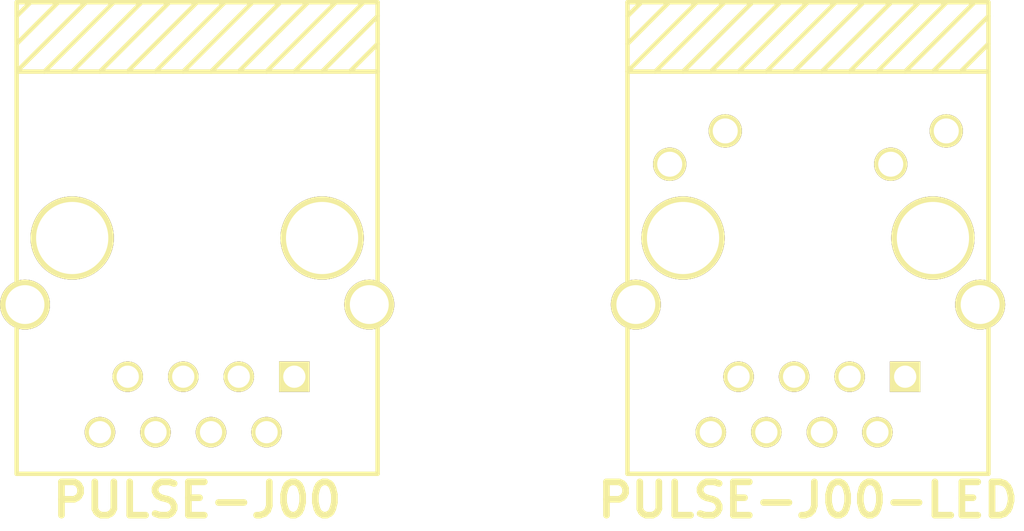
<source format=kicad_pcb>
(kicad_pcb (version 3) (host pcbnew "(2013-07-14 BZR 4242)-stable")

  (general
    (links 0)
    (no_connects 7)
    (area 0 0 0 0)
    (thickness 1.6)
    (drawings 0)
    (tracks 0)
    (zones 0)
    (modules 2)
    (nets 1)
  )

  (page A4)
  (layers
    (15 F.Cu signal)
    (0 B.Cu signal)
    (16 B.Adhes user)
    (17 F.Adhes user)
    (18 B.Paste user)
    (19 F.Paste user)
    (20 B.SilkS user)
    (21 F.SilkS user)
    (22 B.Mask user)
    (23 F.Mask user)
    (24 Dwgs.User user)
    (25 Cmts.User user)
    (26 Eco1.User user)
    (27 Eco2.User user)
    (28 Edge.Cuts user)
  )

  (setup
    (last_trace_width 0.254)
    (trace_clearance 0.254)
    (zone_clearance 0.508)
    (zone_45_only no)
    (trace_min 0.254)
    (segment_width 0.2)
    (edge_width 0.15)
    (via_size 0.889)
    (via_drill 0.635)
    (via_min_size 0.889)
    (via_min_drill 0.508)
    (uvia_size 0.508)
    (uvia_drill 0.127)
    (uvias_allowed no)
    (uvia_min_size 0.508)
    (uvia_min_drill 0.127)
    (pcb_text_width 0.3)
    (pcb_text_size 1.5 1.5)
    (mod_edge_width 0.15)
    (mod_text_size 1.5 1.5)
    (mod_text_width 0.15)
    (pad_size 1.397 1.397)
    (pad_drill 1.016)
    (pad_to_mask_clearance 0.2)
    (aux_axis_origin 0 0)
    (visible_elements FFFFF77F)
    (pcbplotparams
      (layerselection 3178497)
      (usegerberextensions true)
      (excludeedgelayer true)
      (linewidth 0.100000)
      (plotframeref false)
      (viasonmask false)
      (mode 1)
      (useauxorigin false)
      (hpglpennumber 1)
      (hpglpenspeed 20)
      (hpglpendiameter 15)
      (hpglpenoverlay 2)
      (psnegative false)
      (psa4output false)
      (plotreference true)
      (plotvalue true)
      (plotothertext true)
      (plotinvisibletext false)
      (padsonsilk false)
      (subtractmaskfromsilk false)
      (outputformat 1)
      (mirror false)
      (drillshape 1)
      (scaleselection 1)
      (outputdirectory ""))
  )

  (net 0 "")

  (net_class Default "This is the default net class."
    (clearance 0.254)
    (trace_width 0.254)
    (via_dia 0.889)
    (via_drill 0.635)
    (uvia_dia 0.508)
    (uvia_drill 0.127)
    (add_net "")
  )

  (module pulse-J00 (layer F.Cu) (tedit 51EFE307) (tstamp 51EFEBB9)
    (at 119.38 86.36)
    (descr "Pulse integrated magnetics Ethernet jack")
    (tags "pulse, ethernet, magjack, rj45")
    (path /51BF61C4)
    (fp_text reference PULSE-J00 (at 0 12) (layer F.SilkS)
      (effects (font (thickness 0.3048)))
    )
    (fp_text value VAL** (at 0 14) (layer F.SilkS) hide
      (effects (font (thickness 0.3048)))
    )
    (fp_line (start 8.255 10.795) (end -8.255 10.795) (layer F.SilkS) (width 0.2032))
    (fp_line (start -8.255 -10.16) (end -7.62 -10.795) (layer F.SilkS) (width 0.2032))
    (fp_line (start 6.985 -7.62) (end 8.255 -8.89) (layer F.SilkS) (width 0.2032))
    (fp_line (start 5.715 -7.62) (end 8.255 -10.16) (layer F.SilkS) (width 0.2032))
    (fp_line (start 4.445 -7.62) (end 7.62 -10.795) (layer F.SilkS) (width 0.2032))
    (fp_line (start 3.175 -7.62) (end 6.35 -10.795) (layer F.SilkS) (width 0.2032))
    (fp_line (start 1.905 -7.62) (end 5.08 -10.795) (layer F.SilkS) (width 0.2032))
    (fp_line (start 0.635 -7.62) (end 3.81 -10.795) (layer F.SilkS) (width 0.2032))
    (fp_line (start -0.635 -7.62) (end 2.54 -10.795) (layer F.SilkS) (width 0.2032))
    (fp_line (start -1.905 -7.62) (end 1.27 -10.795) (layer F.SilkS) (width 0.2032))
    (fp_line (start -3.175 -7.62) (end 0 -10.795) (layer F.SilkS) (width 0.2032))
    (fp_line (start -4.445 -7.62) (end -1.27 -10.795) (layer F.SilkS) (width 0.2032))
    (fp_line (start -5.715 -7.62) (end -2.54 -10.795) (layer F.SilkS) (width 0.2032))
    (fp_line (start -6.985 -7.62) (end -3.81 -10.795) (layer F.SilkS) (width 0.2032))
    (fp_line (start -8.255 -7.62) (end -5.08 -10.795) (layer F.SilkS) (width 0.2032))
    (fp_line (start -8.255 -8.89) (end -6.35 -10.795) (layer F.SilkS) (width 0.2032))
    (fp_line (start 8.255 -7.62) (end -8.255 -7.62) (layer F.SilkS) (width 0.2032))
    (fp_line (start -8.255 -10.795) (end 8.255 -10.795) (layer F.SilkS) (width 0.2032))
    (fp_line (start 8.255 -10.795) (end 8.255 10.795) (layer F.SilkS) (width 0.2032))
    (fp_line (start -8.255 -10.795) (end -8.255 10.795) (layer F.SilkS) (width 0.2032))
    (pad "" thru_hole circle (at -5.715 0) (size 3.81 3.81) (drill 3.302)
      (layers *.Cu *.Mask F.SilkS)
    )
    (pad "" thru_hole circle (at 5.715 0) (size 3.81 3.81) (drill 3.302)
      (layers *.Cu *.Mask F.SilkS)
    )
    (pad SHLD thru_hole circle (at -7.874 3.048) (size 2.286 2.286) (drill 1.778)
      (layers *.Cu *.Mask F.SilkS)
    )
    (pad SHLD thru_hole circle (at 7.874 3.048) (size 2.286 2.286) (drill 1.778)
      (layers *.Cu *.Mask F.SilkS)
    )
    (pad 1 thru_hole rect (at 4.445 6.35) (size 1.397 1.397) (drill 1.016)
      (layers *.Cu *.Mask F.SilkS)
    )
    (pad 2 thru_hole circle (at 3.175 8.89) (size 1.397 1.397) (drill 1.016)
      (layers *.Cu *.Mask F.SilkS)
    )
    (pad 3 thru_hole circle (at 1.905 6.35) (size 1.397 1.397) (drill 1.016)
      (layers *.Cu *.Mask F.SilkS)
    )
    (pad 4 thru_hole circle (at 0.635 8.89) (size 1.397 1.397) (drill 1.016)
      (layers *.Cu *.Mask F.SilkS)
    )
    (pad 5 thru_hole circle (at -0.635 6.35) (size 1.397 1.397) (drill 1.016)
      (layers *.Cu *.Mask F.SilkS)
    )
    (pad 6 thru_hole circle (at -1.905 8.89) (size 1.397 1.397) (drill 1.016)
      (layers *.Cu *.Mask F.SilkS)
    )
    (pad 7 thru_hole circle (at -3.175 6.35) (size 1.397 1.397) (drill 1.016)
      (layers *.Cu *.Mask F.SilkS)
    )
    (pad 8 thru_hole circle (at -4.445 8.89) (size 1.397 1.397) (drill 1.016)
      (layers *.Cu *.Mask F.SilkS)
    )
  )

  (module pulse-J00-LED (layer F.Cu) (tedit 51EFE2E8) (tstamp 51EFEC98)
    (at 147.32 86.36)
    (descr "Pulse integrated magnetics Ethernet jack")
    (tags "pulse, ethernet, magjack, rj45")
    (path /51BF61C4)
    (fp_text reference PULSE-J00-LED (at 0 12) (layer F.SilkS)
      (effects (font (thickness 0.3048)))
    )
    (fp_text value VAL** (at 0 14) (layer F.SilkS) hide
      (effects (font (thickness 0.3048)))
    )
    (fp_line (start 8.255 10.795) (end -8.255 10.795) (layer F.SilkS) (width 0.2032))
    (fp_line (start -8.255 -10.16) (end -7.62 -10.795) (layer F.SilkS) (width 0.2032))
    (fp_line (start 6.985 -7.62) (end 8.255 -8.89) (layer F.SilkS) (width 0.2032))
    (fp_line (start 5.715 -7.62) (end 8.255 -10.16) (layer F.SilkS) (width 0.2032))
    (fp_line (start 4.445 -7.62) (end 7.62 -10.795) (layer F.SilkS) (width 0.2032))
    (fp_line (start 3.175 -7.62) (end 6.35 -10.795) (layer F.SilkS) (width 0.2032))
    (fp_line (start 1.905 -7.62) (end 5.08 -10.795) (layer F.SilkS) (width 0.2032))
    (fp_line (start 0.635 -7.62) (end 3.81 -10.795) (layer F.SilkS) (width 0.2032))
    (fp_line (start -0.635 -7.62) (end 2.54 -10.795) (layer F.SilkS) (width 0.2032))
    (fp_line (start -1.905 -7.62) (end 1.27 -10.795) (layer F.SilkS) (width 0.2032))
    (fp_line (start -3.175 -7.62) (end 0 -10.795) (layer F.SilkS) (width 0.2032))
    (fp_line (start -4.445 -7.62) (end -1.27 -10.795) (layer F.SilkS) (width 0.2032))
    (fp_line (start -5.715 -7.62) (end -2.54 -10.795) (layer F.SilkS) (width 0.2032))
    (fp_line (start -6.985 -7.62) (end -3.81 -10.795) (layer F.SilkS) (width 0.2032))
    (fp_line (start -8.255 -7.62) (end -5.08 -10.795) (layer F.SilkS) (width 0.2032))
    (fp_line (start -8.255 -8.89) (end -6.35 -10.795) (layer F.SilkS) (width 0.2032))
    (fp_line (start 8.255 -7.62) (end -8.255 -7.62) (layer F.SilkS) (width 0.2032))
    (fp_line (start -8.255 -10.795) (end 8.255 -10.795) (layer F.SilkS) (width 0.2032))
    (fp_line (start 8.255 -10.795) (end 8.255 10.795) (layer F.SilkS) (width 0.2032))
    (fp_line (start -8.255 -10.795) (end -8.255 10.795) (layer F.SilkS) (width 0.2032))
    (pad "" thru_hole circle (at -5.715 0) (size 3.81 3.81) (drill 3.302)
      (layers *.Cu *.Mask F.SilkS)
    )
    (pad "" thru_hole circle (at 5.715 0) (size 3.81 3.81) (drill 3.302)
      (layers *.Cu *.Mask F.SilkS)
    )
    (pad SHLD thru_hole circle (at -7.874 3.048) (size 2.286 2.286) (drill 1.778)
      (layers *.Cu *.Mask F.SilkS)
    )
    (pad SHLD thru_hole circle (at 7.874 3.048) (size 2.286 2.286) (drill 1.778)
      (layers *.Cu *.Mask F.SilkS)
    )
    (pad 1 thru_hole rect (at 4.445 6.35) (size 1.397 1.397) (drill 1.016)
      (layers *.Cu *.Mask F.SilkS)
    )
    (pad 2 thru_hole circle (at 3.175 8.89) (size 1.397 1.397) (drill 1.016)
      (layers *.Cu *.Mask F.SilkS)
    )
    (pad 3 thru_hole circle (at 1.905 6.35) (size 1.397 1.397) (drill 1.016)
      (layers *.Cu *.Mask F.SilkS)
    )
    (pad 4 thru_hole circle (at 0.635 8.89) (size 1.397 1.397) (drill 1.016)
      (layers *.Cu *.Mask F.SilkS)
    )
    (pad 5 thru_hole circle (at -0.635 6.35) (size 1.397 1.397) (drill 1.016)
      (layers *.Cu *.Mask F.SilkS)
    )
    (pad 6 thru_hole circle (at -1.905 8.89) (size 1.397 1.397) (drill 1.016)
      (layers *.Cu *.Mask F.SilkS)
    )
    (pad 7 thru_hole circle (at -3.175 6.35) (size 1.397 1.397) (drill 1.016)
      (layers *.Cu *.Mask F.SilkS)
    )
    (pad 8 thru_hole circle (at -4.445 8.89) (size 1.397 1.397) (drill 1.016)
      (layers *.Cu *.Mask F.SilkS)
    )
    (pad 9 thru_hole circle (at 6.3246 -4.9022) (size 1.524 1.524) (drill 1.143)
      (layers *.Cu *.Mask F.SilkS)
    )
    (pad 10 thru_hole circle (at 3.7846 -3.3782) (size 1.524 1.524) (drill 1.143)
      (layers *.Cu *.Mask F.SilkS)
    )
    (pad 11 thru_hole circle (at -3.7846 -4.9022) (size 1.524 1.524) (drill 1.143)
      (layers *.Cu *.Mask F.SilkS)
    )
    (pad 12 thru_hole circle (at -6.3246 -3.3782) (size 1.524 1.524) (drill 1.143)
      (layers *.Cu *.Mask F.SilkS)
    )
  )

)

</source>
